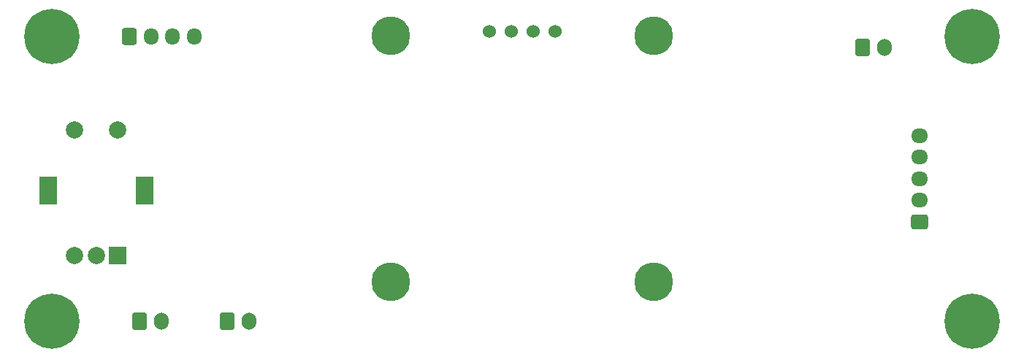
<source format=gbr>
%TF.GenerationSoftware,KiCad,Pcbnew,(6.0.4)*%
%TF.CreationDate,2022-05-05T14:57:31-04:00*%
%TF.ProjectId,KSGER Controller,4b534745-5220-4436-9f6e-74726f6c6c65,rev?*%
%TF.SameCoordinates,Original*%
%TF.FileFunction,Soldermask,Bot*%
%TF.FilePolarity,Negative*%
%FSLAX46Y46*%
G04 Gerber Fmt 4.6, Leading zero omitted, Abs format (unit mm)*
G04 Created by KiCad (PCBNEW (6.0.4)) date 2022-05-05 14:57:31*
%MOMM*%
%LPD*%
G01*
G04 APERTURE LIST*
G04 Aperture macros list*
%AMRoundRect*
0 Rectangle with rounded corners*
0 $1 Rounding radius*
0 $2 $3 $4 $5 $6 $7 $8 $9 X,Y pos of 4 corners*
0 Add a 4 corners polygon primitive as box body*
4,1,4,$2,$3,$4,$5,$6,$7,$8,$9,$2,$3,0*
0 Add four circle primitives for the rounded corners*
1,1,$1+$1,$2,$3*
1,1,$1+$1,$4,$5*
1,1,$1+$1,$6,$7*
1,1,$1+$1,$8,$9*
0 Add four rect primitives between the rounded corners*
20,1,$1+$1,$2,$3,$4,$5,0*
20,1,$1+$1,$4,$5,$6,$7,0*
20,1,$1+$1,$6,$7,$8,$9,0*
20,1,$1+$1,$8,$9,$2,$3,0*%
G04 Aperture macros list end*
%ADD10C,0.800000*%
%ADD11C,6.400000*%
%ADD12RoundRect,0.250000X0.725000X-0.600000X0.725000X0.600000X-0.725000X0.600000X-0.725000X-0.600000X0*%
%ADD13O,1.950000X1.700000*%
%ADD14RoundRect,0.250000X-0.600000X-0.750000X0.600000X-0.750000X0.600000X0.750000X-0.600000X0.750000X0*%
%ADD15O,1.700000X2.000000*%
%ADD16RoundRect,0.250000X-0.600000X-0.725000X0.600000X-0.725000X0.600000X0.725000X-0.600000X0.725000X0*%
%ADD17O,1.700000X1.950000*%
%ADD18R,2.000000X2.000000*%
%ADD19C,2.000000*%
%ADD20R,2.000000X3.200000*%
%ADD21C,4.500000*%
%ADD22C,1.524000*%
G04 APERTURE END LIST*
D10*
%TO.C,H1*%
X199390000Y-116700000D03*
X201087056Y-115997056D03*
X201790000Y-114300000D03*
X196990000Y-114300000D03*
D11*
X199390000Y-114300000D03*
D10*
X199390000Y-111900000D03*
X197692944Y-115997056D03*
X201087056Y-112602944D03*
X197692944Y-112602944D03*
%TD*%
D12*
%TO.C,J2*%
X193248000Y-102790000D03*
D13*
X193248000Y-100290000D03*
X193248000Y-97790000D03*
X193248000Y-95290000D03*
X193248000Y-92790000D03*
%TD*%
D14*
%TO.C,J4*%
X102870000Y-114300000D03*
D15*
X105370000Y-114300000D03*
%TD*%
D16*
%TO.C,JE*%
X101680000Y-81280000D03*
D17*
X104180000Y-81280000D03*
X106680000Y-81280000D03*
X109180000Y-81280000D03*
%TD*%
D14*
%TO.C,J1*%
X186690000Y-82550000D03*
D15*
X189190000Y-82550000D03*
%TD*%
D10*
%TO.C,H3*%
X92710000Y-78880000D03*
X95110000Y-81280000D03*
D11*
X92710000Y-81280000D03*
D10*
X92710000Y-83680000D03*
X90310000Y-81280000D03*
X91012944Y-79582944D03*
X94407056Y-82977056D03*
X94407056Y-79582944D03*
X91012944Y-82977056D03*
%TD*%
%TO.C,H4*%
X201087056Y-82977056D03*
X201087056Y-79582944D03*
D11*
X199390000Y-81280000D03*
D10*
X196990000Y-81280000D03*
X199390000Y-83680000D03*
X199390000Y-78880000D03*
X197692944Y-79582944D03*
X201790000Y-81280000D03*
X197692944Y-82977056D03*
%TD*%
%TO.C,H2*%
X91012944Y-115997056D03*
X90310000Y-114300000D03*
X92710000Y-116700000D03*
X95110000Y-114300000D03*
X94407056Y-112602944D03*
D11*
X92710000Y-114300000D03*
D10*
X92710000Y-111900000D03*
X91012944Y-112602944D03*
X94407056Y-115997056D03*
%TD*%
D14*
%TO.C,BZ1*%
X113030000Y-114300000D03*
D15*
X115530000Y-114300000D03*
%TD*%
D18*
%TO.C,SW1*%
X100330000Y-106680000D03*
D19*
X95330000Y-106680000D03*
X97830000Y-106680000D03*
D20*
X103430000Y-99180000D03*
X92230000Y-99180000D03*
D19*
X95330000Y-92180000D03*
X100330000Y-92180000D03*
%TD*%
D21*
%TO.C,U7*%
X162441500Y-109740000D03*
X131961500Y-109740000D03*
X162441500Y-81240000D03*
X131961500Y-81240000D03*
D22*
X151051500Y-80740000D03*
X148511500Y-80740000D03*
X145971500Y-80740000D03*
X143431500Y-80740000D03*
%TD*%
M02*

</source>
